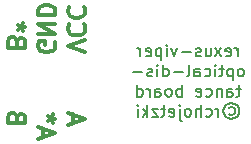
<source format=gbo>
G04 #@! TF.FileFunction,Legend,Bot*
%FSLAX46Y46*%
G04 Gerber Fmt 4.6, Leading zero omitted, Abs format (unit mm)*
G04 Created by KiCad (PCBNEW 4.0.6) date Fri Jul 21 15:56:31 2017*
%MOMM*%
%LPD*%
G01*
G04 APERTURE LIST*
%ADD10C,0.100000*%
%ADD11C,0.300000*%
%ADD12C,0.200000*%
G04 APERTURE END LIST*
D10*
D11*
X57257143Y-41104285D02*
X57185714Y-40889999D01*
X57114286Y-40818571D01*
X56971429Y-40747142D01*
X56757143Y-40747142D01*
X56614286Y-40818571D01*
X56542857Y-40889999D01*
X56471429Y-41032857D01*
X56471429Y-41604285D01*
X57971429Y-41604285D01*
X57971429Y-41104285D01*
X57900000Y-40961428D01*
X57828571Y-40889999D01*
X57685714Y-40818571D01*
X57542857Y-40818571D01*
X57400000Y-40889999D01*
X57328571Y-40961428D01*
X57257143Y-41104285D01*
X57257143Y-41604285D01*
X57971429Y-39889999D02*
X57614286Y-39889999D01*
X57757143Y-40247142D02*
X57614286Y-39889999D01*
X57757143Y-39532857D01*
X57328571Y-40104285D02*
X57614286Y-39889999D01*
X57328571Y-39675714D01*
X57257143Y-47517857D02*
X57185714Y-47303571D01*
X57114286Y-47232143D01*
X56971429Y-47160714D01*
X56757143Y-47160714D01*
X56614286Y-47232143D01*
X56542857Y-47303571D01*
X56471429Y-47446429D01*
X56471429Y-48017857D01*
X57971429Y-48017857D01*
X57971429Y-47517857D01*
X57900000Y-47375000D01*
X57828571Y-47303571D01*
X57685714Y-47232143D01*
X57542857Y-47232143D01*
X57400000Y-47303571D01*
X57328571Y-47375000D01*
X57257143Y-47517857D01*
X57257143Y-48017857D01*
X59440000Y-49188571D02*
X59440000Y-48474285D01*
X59011429Y-49331428D02*
X60511429Y-48831428D01*
X59011429Y-48331428D01*
X60511429Y-47617142D02*
X60154286Y-47617142D01*
X60297143Y-47974285D02*
X60154286Y-47617142D01*
X60297143Y-47260000D01*
X59868571Y-47831428D02*
X60154286Y-47617142D01*
X59868571Y-47402857D01*
X61980000Y-47982143D02*
X61980000Y-47267857D01*
X61551429Y-48125000D02*
X63051429Y-47625000D01*
X61551429Y-47125000D01*
X60440000Y-41147857D02*
X60511429Y-41290714D01*
X60511429Y-41505000D01*
X60440000Y-41719285D01*
X60297143Y-41862143D01*
X60154286Y-41933571D01*
X59868571Y-42005000D01*
X59654286Y-42005000D01*
X59368571Y-41933571D01*
X59225714Y-41862143D01*
X59082857Y-41719285D01*
X59011429Y-41505000D01*
X59011429Y-41362143D01*
X59082857Y-41147857D01*
X59154286Y-41076428D01*
X59654286Y-41076428D01*
X59654286Y-41362143D01*
X59011429Y-40433571D02*
X60511429Y-40433571D01*
X59011429Y-39576428D01*
X60511429Y-39576428D01*
X59011429Y-38862142D02*
X60511429Y-38862142D01*
X60511429Y-38504999D01*
X60440000Y-38290714D01*
X60297143Y-38147856D01*
X60154286Y-38076428D01*
X59868571Y-38004999D01*
X59654286Y-38004999D01*
X59368571Y-38076428D01*
X59225714Y-38147856D01*
X59082857Y-38290714D01*
X59011429Y-38504999D01*
X59011429Y-38862142D01*
X63051429Y-42005000D02*
X61551429Y-41505000D01*
X63051429Y-41005000D01*
X61694286Y-39647857D02*
X61622857Y-39719286D01*
X61551429Y-39933572D01*
X61551429Y-40076429D01*
X61622857Y-40290714D01*
X61765714Y-40433572D01*
X61908571Y-40505000D01*
X62194286Y-40576429D01*
X62408571Y-40576429D01*
X62694286Y-40505000D01*
X62837143Y-40433572D01*
X62980000Y-40290714D01*
X63051429Y-40076429D01*
X63051429Y-39933572D01*
X62980000Y-39719286D01*
X62908571Y-39647857D01*
X61694286Y-38147857D02*
X61622857Y-38219286D01*
X61551429Y-38433572D01*
X61551429Y-38576429D01*
X61622857Y-38790714D01*
X61765714Y-38933572D01*
X61908571Y-39005000D01*
X62194286Y-39076429D01*
X62408571Y-39076429D01*
X62694286Y-39005000D01*
X62837143Y-38933572D01*
X62980000Y-38790714D01*
X63051429Y-38576429D01*
X63051429Y-38433572D01*
X62980000Y-38219286D01*
X62908571Y-38147857D01*
D12*
X75945477Y-42352381D02*
X75945477Y-41685714D01*
X75945477Y-41876190D02*
X75897858Y-41780952D01*
X75850239Y-41733333D01*
X75755001Y-41685714D01*
X75659762Y-41685714D01*
X74945476Y-42304762D02*
X75040714Y-42352381D01*
X75231191Y-42352381D01*
X75326429Y-42304762D01*
X75374048Y-42209524D01*
X75374048Y-41828571D01*
X75326429Y-41733333D01*
X75231191Y-41685714D01*
X75040714Y-41685714D01*
X74945476Y-41733333D01*
X74897857Y-41828571D01*
X74897857Y-41923810D01*
X75374048Y-42019048D01*
X74564524Y-42352381D02*
X74040714Y-41685714D01*
X74564524Y-41685714D02*
X74040714Y-42352381D01*
X73231190Y-41685714D02*
X73231190Y-42352381D01*
X73659762Y-41685714D02*
X73659762Y-42209524D01*
X73612143Y-42304762D01*
X73516905Y-42352381D01*
X73374047Y-42352381D01*
X73278809Y-42304762D01*
X73231190Y-42257143D01*
X72802619Y-42304762D02*
X72707381Y-42352381D01*
X72516905Y-42352381D01*
X72421666Y-42304762D01*
X72374047Y-42209524D01*
X72374047Y-42161905D01*
X72421666Y-42066667D01*
X72516905Y-42019048D01*
X72659762Y-42019048D01*
X72755000Y-41971429D01*
X72802619Y-41876190D01*
X72802619Y-41828571D01*
X72755000Y-41733333D01*
X72659762Y-41685714D01*
X72516905Y-41685714D01*
X72421666Y-41733333D01*
X71945476Y-41971429D02*
X71183571Y-41971429D01*
X70802619Y-41685714D02*
X70564524Y-42352381D01*
X70326428Y-41685714D01*
X69945476Y-42352381D02*
X69945476Y-41685714D01*
X69945476Y-41352381D02*
X69993095Y-41400000D01*
X69945476Y-41447619D01*
X69897857Y-41400000D01*
X69945476Y-41352381D01*
X69945476Y-41447619D01*
X69469286Y-41685714D02*
X69469286Y-42685714D01*
X69469286Y-41733333D02*
X69374048Y-41685714D01*
X69183571Y-41685714D01*
X69088333Y-41733333D01*
X69040714Y-41780952D01*
X68993095Y-41876190D01*
X68993095Y-42161905D01*
X69040714Y-42257143D01*
X69088333Y-42304762D01*
X69183571Y-42352381D01*
X69374048Y-42352381D01*
X69469286Y-42304762D01*
X68183571Y-42304762D02*
X68278809Y-42352381D01*
X68469286Y-42352381D01*
X68564524Y-42304762D01*
X68612143Y-42209524D01*
X68612143Y-41828571D01*
X68564524Y-41733333D01*
X68469286Y-41685714D01*
X68278809Y-41685714D01*
X68183571Y-41733333D01*
X68135952Y-41828571D01*
X68135952Y-41923810D01*
X68612143Y-42019048D01*
X67707381Y-42352381D02*
X67707381Y-41685714D01*
X67707381Y-41876190D02*
X67659762Y-41780952D01*
X67612143Y-41733333D01*
X67516905Y-41685714D01*
X67421666Y-41685714D01*
X76278810Y-44052381D02*
X76374048Y-44004762D01*
X76421667Y-43957143D01*
X76469286Y-43861905D01*
X76469286Y-43576190D01*
X76421667Y-43480952D01*
X76374048Y-43433333D01*
X76278810Y-43385714D01*
X76135952Y-43385714D01*
X76040714Y-43433333D01*
X75993095Y-43480952D01*
X75945476Y-43576190D01*
X75945476Y-43861905D01*
X75993095Y-43957143D01*
X76040714Y-44004762D01*
X76135952Y-44052381D01*
X76278810Y-44052381D01*
X75516905Y-43385714D02*
X75516905Y-44385714D01*
X75516905Y-43433333D02*
X75421667Y-43385714D01*
X75231190Y-43385714D01*
X75135952Y-43433333D01*
X75088333Y-43480952D01*
X75040714Y-43576190D01*
X75040714Y-43861905D01*
X75088333Y-43957143D01*
X75135952Y-44004762D01*
X75231190Y-44052381D01*
X75421667Y-44052381D01*
X75516905Y-44004762D01*
X74755000Y-43385714D02*
X74374048Y-43385714D01*
X74612143Y-43052381D02*
X74612143Y-43909524D01*
X74564524Y-44004762D01*
X74469286Y-44052381D01*
X74374048Y-44052381D01*
X74040714Y-44052381D02*
X74040714Y-43385714D01*
X74040714Y-43052381D02*
X74088333Y-43100000D01*
X74040714Y-43147619D01*
X73993095Y-43100000D01*
X74040714Y-43052381D01*
X74040714Y-43147619D01*
X73135952Y-44004762D02*
X73231190Y-44052381D01*
X73421667Y-44052381D01*
X73516905Y-44004762D01*
X73564524Y-43957143D01*
X73612143Y-43861905D01*
X73612143Y-43576190D01*
X73564524Y-43480952D01*
X73516905Y-43433333D01*
X73421667Y-43385714D01*
X73231190Y-43385714D01*
X73135952Y-43433333D01*
X72278809Y-44052381D02*
X72278809Y-43528571D01*
X72326428Y-43433333D01*
X72421666Y-43385714D01*
X72612143Y-43385714D01*
X72707381Y-43433333D01*
X72278809Y-44004762D02*
X72374047Y-44052381D01*
X72612143Y-44052381D01*
X72707381Y-44004762D01*
X72755000Y-43909524D01*
X72755000Y-43814286D01*
X72707381Y-43719048D01*
X72612143Y-43671429D01*
X72374047Y-43671429D01*
X72278809Y-43623810D01*
X71659762Y-44052381D02*
X71755000Y-44004762D01*
X71802619Y-43909524D01*
X71802619Y-43052381D01*
X71278809Y-43671429D02*
X70516904Y-43671429D01*
X69612142Y-44052381D02*
X69612142Y-43052381D01*
X69612142Y-44004762D02*
X69707380Y-44052381D01*
X69897857Y-44052381D01*
X69993095Y-44004762D01*
X70040714Y-43957143D01*
X70088333Y-43861905D01*
X70088333Y-43576190D01*
X70040714Y-43480952D01*
X69993095Y-43433333D01*
X69897857Y-43385714D01*
X69707380Y-43385714D01*
X69612142Y-43433333D01*
X69135952Y-44052381D02*
X69135952Y-43385714D01*
X69135952Y-43052381D02*
X69183571Y-43100000D01*
X69135952Y-43147619D01*
X69088333Y-43100000D01*
X69135952Y-43052381D01*
X69135952Y-43147619D01*
X68707381Y-44004762D02*
X68612143Y-44052381D01*
X68421667Y-44052381D01*
X68326428Y-44004762D01*
X68278809Y-43909524D01*
X68278809Y-43861905D01*
X68326428Y-43766667D01*
X68421667Y-43719048D01*
X68564524Y-43719048D01*
X68659762Y-43671429D01*
X68707381Y-43576190D01*
X68707381Y-43528571D01*
X68659762Y-43433333D01*
X68564524Y-43385714D01*
X68421667Y-43385714D01*
X68326428Y-43433333D01*
X67850238Y-43671429D02*
X67088333Y-43671429D01*
X76207382Y-45085714D02*
X75826430Y-45085714D01*
X76064525Y-44752381D02*
X76064525Y-45609524D01*
X76016906Y-45704762D01*
X75921668Y-45752381D01*
X75826430Y-45752381D01*
X75064524Y-45752381D02*
X75064524Y-45228571D01*
X75112143Y-45133333D01*
X75207381Y-45085714D01*
X75397858Y-45085714D01*
X75493096Y-45133333D01*
X75064524Y-45704762D02*
X75159762Y-45752381D01*
X75397858Y-45752381D01*
X75493096Y-45704762D01*
X75540715Y-45609524D01*
X75540715Y-45514286D01*
X75493096Y-45419048D01*
X75397858Y-45371429D01*
X75159762Y-45371429D01*
X75064524Y-45323810D01*
X74588334Y-45085714D02*
X74588334Y-45752381D01*
X74588334Y-45180952D02*
X74540715Y-45133333D01*
X74445477Y-45085714D01*
X74302619Y-45085714D01*
X74207381Y-45133333D01*
X74159762Y-45228571D01*
X74159762Y-45752381D01*
X73255000Y-45704762D02*
X73350238Y-45752381D01*
X73540715Y-45752381D01*
X73635953Y-45704762D01*
X73683572Y-45657143D01*
X73731191Y-45561905D01*
X73731191Y-45276190D01*
X73683572Y-45180952D01*
X73635953Y-45133333D01*
X73540715Y-45085714D01*
X73350238Y-45085714D01*
X73255000Y-45133333D01*
X72445476Y-45704762D02*
X72540714Y-45752381D01*
X72731191Y-45752381D01*
X72826429Y-45704762D01*
X72874048Y-45609524D01*
X72874048Y-45228571D01*
X72826429Y-45133333D01*
X72731191Y-45085714D01*
X72540714Y-45085714D01*
X72445476Y-45133333D01*
X72397857Y-45228571D01*
X72397857Y-45323810D01*
X72874048Y-45419048D01*
X71207381Y-45752381D02*
X71207381Y-44752381D01*
X71207381Y-45133333D02*
X71112143Y-45085714D01*
X70921666Y-45085714D01*
X70826428Y-45133333D01*
X70778809Y-45180952D01*
X70731190Y-45276190D01*
X70731190Y-45561905D01*
X70778809Y-45657143D01*
X70826428Y-45704762D01*
X70921666Y-45752381D01*
X71112143Y-45752381D01*
X71207381Y-45704762D01*
X70159762Y-45752381D02*
X70255000Y-45704762D01*
X70302619Y-45657143D01*
X70350238Y-45561905D01*
X70350238Y-45276190D01*
X70302619Y-45180952D01*
X70255000Y-45133333D01*
X70159762Y-45085714D01*
X70016904Y-45085714D01*
X69921666Y-45133333D01*
X69874047Y-45180952D01*
X69826428Y-45276190D01*
X69826428Y-45561905D01*
X69874047Y-45657143D01*
X69921666Y-45704762D01*
X70016904Y-45752381D01*
X70159762Y-45752381D01*
X68969285Y-45752381D02*
X68969285Y-45228571D01*
X69016904Y-45133333D01*
X69112142Y-45085714D01*
X69302619Y-45085714D01*
X69397857Y-45133333D01*
X68969285Y-45704762D02*
X69064523Y-45752381D01*
X69302619Y-45752381D01*
X69397857Y-45704762D01*
X69445476Y-45609524D01*
X69445476Y-45514286D01*
X69397857Y-45419048D01*
X69302619Y-45371429D01*
X69064523Y-45371429D01*
X68969285Y-45323810D01*
X68493095Y-45752381D02*
X68493095Y-45085714D01*
X68493095Y-45276190D02*
X68445476Y-45180952D01*
X68397857Y-45133333D01*
X68302619Y-45085714D01*
X68207380Y-45085714D01*
X67445475Y-45752381D02*
X67445475Y-44752381D01*
X67445475Y-45704762D02*
X67540713Y-45752381D01*
X67731190Y-45752381D01*
X67826428Y-45704762D01*
X67874047Y-45657143D01*
X67921666Y-45561905D01*
X67921666Y-45276190D01*
X67874047Y-45180952D01*
X67826428Y-45133333D01*
X67731190Y-45085714D01*
X67540713Y-45085714D01*
X67445475Y-45133333D01*
X75207381Y-46690476D02*
X75302619Y-46642857D01*
X75493095Y-46642857D01*
X75588333Y-46690476D01*
X75683571Y-46785714D01*
X75731190Y-46880952D01*
X75731190Y-47071429D01*
X75683571Y-47166667D01*
X75588333Y-47261905D01*
X75493095Y-47309524D01*
X75302619Y-47309524D01*
X75207381Y-47261905D01*
X75397857Y-46309524D02*
X75635952Y-46357143D01*
X75874048Y-46500000D01*
X76016905Y-46738095D01*
X76064524Y-46976190D01*
X76016905Y-47214286D01*
X75874048Y-47452381D01*
X75635952Y-47595238D01*
X75397857Y-47642857D01*
X75159762Y-47595238D01*
X74921667Y-47452381D01*
X74778810Y-47214286D01*
X74731190Y-46976190D01*
X74778810Y-46738095D01*
X74921667Y-46500000D01*
X75159762Y-46357143D01*
X75397857Y-46309524D01*
X74302619Y-47452381D02*
X74302619Y-46785714D01*
X74302619Y-46976190D02*
X74255000Y-46880952D01*
X74207381Y-46833333D01*
X74112143Y-46785714D01*
X74016904Y-46785714D01*
X73254999Y-47404762D02*
X73350237Y-47452381D01*
X73540714Y-47452381D01*
X73635952Y-47404762D01*
X73683571Y-47357143D01*
X73731190Y-47261905D01*
X73731190Y-46976190D01*
X73683571Y-46880952D01*
X73635952Y-46833333D01*
X73540714Y-46785714D01*
X73350237Y-46785714D01*
X73254999Y-46833333D01*
X72826428Y-47452381D02*
X72826428Y-46452381D01*
X72397856Y-47452381D02*
X72397856Y-46928571D01*
X72445475Y-46833333D01*
X72540713Y-46785714D01*
X72683571Y-46785714D01*
X72778809Y-46833333D01*
X72826428Y-46880952D01*
X71778809Y-47452381D02*
X71874047Y-47404762D01*
X71921666Y-47357143D01*
X71969285Y-47261905D01*
X71969285Y-46976190D01*
X71921666Y-46880952D01*
X71874047Y-46833333D01*
X71778809Y-46785714D01*
X71635951Y-46785714D01*
X71540713Y-46833333D01*
X71493094Y-46880952D01*
X71445475Y-46976190D01*
X71445475Y-47261905D01*
X71493094Y-47357143D01*
X71540713Y-47404762D01*
X71635951Y-47452381D01*
X71778809Y-47452381D01*
X71016904Y-46785714D02*
X71016904Y-47642857D01*
X71064523Y-47738095D01*
X71159761Y-47785714D01*
X71207380Y-47785714D01*
X71016904Y-46452381D02*
X71064523Y-46500000D01*
X71016904Y-46547619D01*
X70969285Y-46500000D01*
X71016904Y-46452381D01*
X71016904Y-46547619D01*
X70159761Y-47404762D02*
X70254999Y-47452381D01*
X70445476Y-47452381D01*
X70540714Y-47404762D01*
X70588333Y-47309524D01*
X70588333Y-46928571D01*
X70540714Y-46833333D01*
X70445476Y-46785714D01*
X70254999Y-46785714D01*
X70159761Y-46833333D01*
X70112142Y-46928571D01*
X70112142Y-47023810D01*
X70588333Y-47119048D01*
X69826428Y-46785714D02*
X69445476Y-46785714D01*
X69683571Y-46452381D02*
X69683571Y-47309524D01*
X69635952Y-47404762D01*
X69540714Y-47452381D01*
X69445476Y-47452381D01*
X69207380Y-46785714D02*
X68683570Y-46785714D01*
X69207380Y-47452381D01*
X68683570Y-47452381D01*
X68302618Y-47452381D02*
X68302618Y-46452381D01*
X68207380Y-47071429D02*
X67921665Y-47452381D01*
X67921665Y-46785714D02*
X68302618Y-47166667D01*
X67493094Y-47452381D02*
X67493094Y-46785714D01*
X67493094Y-46452381D02*
X67540713Y-46500000D01*
X67493094Y-46547619D01*
X67445475Y-46500000D01*
X67493094Y-46452381D01*
X67493094Y-46547619D01*
M02*

</source>
